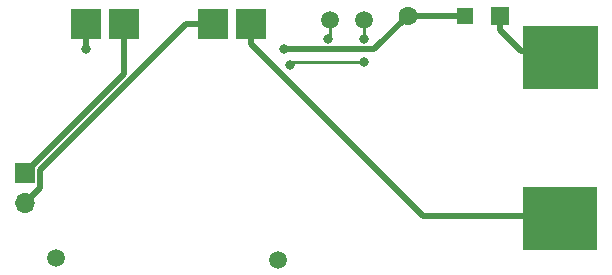
<source format=gtl>
G04 #@! TF.GenerationSoftware,KiCad,Pcbnew,(5.1.8)-1*
G04 #@! TF.CreationDate,2020-12-05T00:35:16+00:00*
G04 #@! TF.ProjectId,Great Wave Refurbishing GBA Battery Board,47726561-7420-4576-9176-652052656675,rev?*
G04 #@! TF.SameCoordinates,Original*
G04 #@! TF.FileFunction,Copper,L1,Top*
G04 #@! TF.FilePolarity,Positive*
%FSLAX46Y46*%
G04 Gerber Fmt 4.6, Leading zero omitted, Abs format (unit mm)*
G04 Created by KiCad (PCBNEW (5.1.8)-1) date 2020-12-05 00:35:16*
%MOMM*%
%LPD*%
G01*
G04 APERTURE LIST*
G04 #@! TA.AperFunction,NonConductor*
%ADD10C,0.100000*%
G04 #@! TD*
G04 #@! TA.AperFunction,ComponentPad*
%ADD11R,2.500000X2.500000*%
G04 #@! TD*
G04 #@! TA.AperFunction,ComponentPad*
%ADD12C,1.500000*%
G04 #@! TD*
G04 #@! TA.AperFunction,SMDPad,CuDef*
%ADD13R,1.340000X1.340000*%
G04 #@! TD*
G04 #@! TA.AperFunction,ComponentPad*
%ADD14C,1.600000*%
G04 #@! TD*
G04 #@! TA.AperFunction,ComponentPad*
%ADD15R,1.600000X1.600000*%
G04 #@! TD*
G04 #@! TA.AperFunction,SMDPad,CuDef*
%ADD16R,4.000000X0.250000*%
G04 #@! TD*
G04 #@! TA.AperFunction,ComponentPad*
%ADD17R,1.700000X1.700000*%
G04 #@! TD*
G04 #@! TA.AperFunction,ComponentPad*
%ADD18O,1.700000X1.700000*%
G04 #@! TD*
G04 #@! TA.AperFunction,ViaPad*
%ADD19C,0.800000*%
G04 #@! TD*
G04 #@! TA.AperFunction,Conductor*
%ADD20C,0.250000*%
G04 #@! TD*
G04 #@! TA.AperFunction,Conductor*
%ADD21C,0.500000*%
G04 #@! TD*
G04 APERTURE END LIST*
D10*
G36*
X62128000Y-33075000D02*
G01*
X55878000Y-33075000D01*
X55878000Y-27825000D01*
X62128000Y-27825000D01*
X62128000Y-33075000D01*
G37*
X62128000Y-33075000D02*
X55878000Y-33075000D01*
X55878000Y-27825000D01*
X62128000Y-27825000D01*
X62128000Y-33075000D01*
G36*
X62153000Y-19475000D02*
G01*
X55903000Y-19475000D01*
X55903000Y-14225000D01*
X62153000Y-14225000D01*
X62153000Y-19475000D01*
G37*
X62153000Y-19475000D02*
X55903000Y-19475000D01*
X55903000Y-14225000D01*
X62153000Y-14225000D01*
X62153000Y-19475000D01*
D11*
X32875000Y-14000000D03*
X18875000Y-14000000D03*
X22125000Y-14000000D03*
X29625000Y-14000000D03*
D12*
X42425000Y-13725000D03*
X39525000Y-13675000D03*
X35150000Y-33975000D03*
X16375000Y-33850000D03*
D13*
X50965000Y-13325000D03*
D14*
X46155000Y-13325000D03*
D15*
X53955000Y-13325000D03*
D16*
X48555000Y-13325000D03*
D17*
X13710500Y-26664500D03*
D18*
X13710500Y-29204500D03*
D19*
X60233000Y-14875000D03*
X56483000Y-16225000D03*
X57733000Y-18875000D03*
X57733000Y-14875000D03*
X60233000Y-18875000D03*
X56503000Y-17525000D03*
X58983000Y-18875000D03*
X56503000Y-14875000D03*
X56483000Y-14875000D03*
X56503000Y-16225000D03*
X56483000Y-17525000D03*
X56483000Y-18875000D03*
X56503000Y-18875000D03*
X58983000Y-14875000D03*
X61458000Y-18875000D03*
X58958000Y-28475000D03*
X56478000Y-32475000D03*
X56458000Y-32475000D03*
X56458000Y-31125000D03*
X56458000Y-28475000D03*
X56478000Y-28475000D03*
X58958000Y-32475000D03*
X56478000Y-31125000D03*
X60208000Y-32475000D03*
X57708000Y-28475000D03*
X57708000Y-32475000D03*
X61433000Y-32475000D03*
X39425000Y-15300000D03*
X36175000Y-17475000D03*
X42425000Y-15300000D03*
X42425000Y-17250000D03*
X18925000Y-16150000D03*
X35675000Y-16150000D03*
X58983000Y-17525000D03*
X58983000Y-16225000D03*
X60233000Y-16225000D03*
X57733000Y-17525000D03*
X57733000Y-16225000D03*
X60233000Y-17525000D03*
X61458000Y-17525000D03*
X61458000Y-16225000D03*
X61458000Y-14875000D03*
X60208000Y-31125000D03*
X57708000Y-29825000D03*
X57708000Y-31125000D03*
X60208000Y-29825000D03*
X56478000Y-29825000D03*
X58958000Y-29825000D03*
X58958000Y-31125000D03*
X56458000Y-29825000D03*
X60208000Y-28475000D03*
X61433000Y-29825000D03*
X61433000Y-31125000D03*
X61433000Y-28475000D03*
D20*
X35926998Y-17475000D02*
X36175000Y-17475000D01*
X42425000Y-13725000D02*
X42425000Y-15300000D01*
X36400000Y-17250000D02*
X36175000Y-17475000D01*
X42425000Y-17250000D02*
X36400000Y-17250000D01*
X39525000Y-15200000D02*
X39425000Y-15300000D01*
X39525000Y-13675000D02*
X39525000Y-15200000D01*
D21*
X13731011Y-29225011D02*
X13710500Y-29204500D01*
X27364962Y-14000000D02*
X29625000Y-14000000D01*
X15010501Y-26354461D02*
X27364962Y-14000000D01*
X15010501Y-27904499D02*
X13710500Y-29204500D01*
X15010501Y-26354461D02*
X15010501Y-27904499D01*
X22125000Y-18250000D02*
X13710500Y-26664500D01*
X22125000Y-14000000D02*
X22125000Y-18250000D01*
X46155000Y-13325000D02*
X50965000Y-13325000D01*
X18875000Y-16100000D02*
X18925000Y-16150000D01*
X18875000Y-14000000D02*
X18875000Y-16100000D01*
X43330000Y-16150000D02*
X46155000Y-13325000D01*
X35675000Y-16150000D02*
X43330000Y-16150000D01*
X56330000Y-16280000D02*
X61522000Y-16280000D01*
X57753000Y-17545000D02*
X57733000Y-17525000D01*
X56405000Y-16230000D02*
X61597000Y-16230000D01*
X57728000Y-31145000D02*
X57708000Y-31125000D01*
X56380000Y-29830000D02*
X61572000Y-29830000D01*
X55725000Y-16275000D02*
X60133000Y-16275000D01*
X53955000Y-14505000D02*
X55725000Y-16275000D01*
X53955000Y-13325000D02*
X53955000Y-14505000D01*
X32849990Y-14025010D02*
X32875000Y-14025010D01*
X32775000Y-14100000D02*
X32849990Y-14025010D01*
X47425000Y-30300000D02*
X52925000Y-30300000D01*
X32875000Y-15750000D02*
X47425000Y-30300000D01*
X32875000Y-14000000D02*
X32875000Y-15750000D01*
X60925000Y-30300000D02*
X52925000Y-30300000D01*
M02*

</source>
